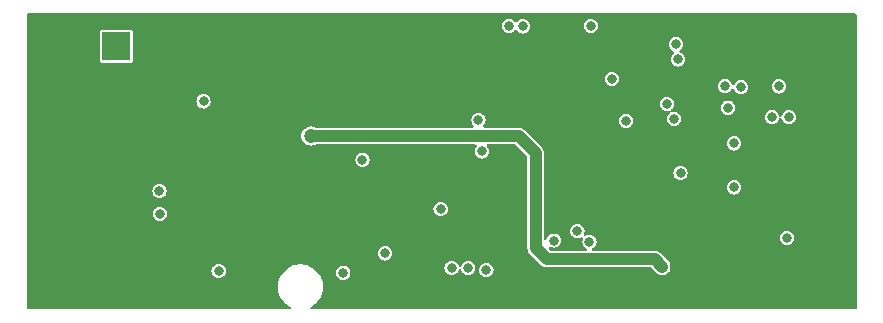
<source format=gbr>
%TF.GenerationSoftware,KiCad,Pcbnew,8.0.4*%
%TF.CreationDate,2024-11-07T22:09:53+00:00*%
%TF.ProjectId,BG95V4,42473935-5634-42e6-9b69-6361645f7063,rev?*%
%TF.SameCoordinates,Original*%
%TF.FileFunction,Copper,L3,Inr*%
%TF.FilePolarity,Positive*%
%FSLAX46Y46*%
G04 Gerber Fmt 4.6, Leading zero omitted, Abs format (unit mm)*
G04 Created by KiCad (PCBNEW 8.0.4) date 2024-11-07 22:09:53*
%MOMM*%
%LPD*%
G01*
G04 APERTURE LIST*
%TA.AperFunction,ComponentPad*%
%ADD10R,2.400000X2.400000*%
%TD*%
%TA.AperFunction,ComponentPad*%
%ADD11C,2.400000*%
%TD*%
%TA.AperFunction,ViaPad*%
%ADD12C,0.600000*%
%TD*%
%TA.AperFunction,ViaPad*%
%ADD13C,0.800000*%
%TD*%
%TA.AperFunction,ViaPad*%
%ADD14C,1.200000*%
%TD*%
%TA.AperFunction,Conductor*%
%ADD15C,1.000000*%
%TD*%
G04 APERTURE END LIST*
D10*
%TO.N,/+3V6d*%
%TO.C,BT1*%
X11750000Y19500000D03*
D11*
%TO.N,GND*%
X11750000Y-1500000D03*
X15500000Y-1500000D03*
X8000000Y-1500000D03*
%TD*%
D12*
%TO.N,GND*%
X30022800Y15189200D03*
X22533000Y45394D03*
X12733000Y9845394D03*
X71533000Y8445394D03*
X58933000Y-1354606D03*
D13*
X39370000Y16510000D03*
D12*
X26339800Y16967200D03*
X11333000Y11245394D03*
X30933000Y18245394D03*
X70133000Y8445394D03*
X70133000Y7045394D03*
D13*
X58432288Y3644211D03*
D12*
X28524200Y17830800D03*
X5733000Y4245394D03*
X60333000Y-1354606D03*
X29533000Y14045394D03*
X32333000Y-1354606D03*
D13*
X36195000Y13335000D03*
D12*
X11333000Y12645394D03*
X70133000Y5645394D03*
X26035000Y17780000D03*
X24917400Y19862800D03*
X72933000Y11245394D03*
X72933000Y-1354606D03*
X72933000Y4245394D03*
X5733000Y11245394D03*
X72933000Y9845394D03*
X5733000Y21045394D03*
X33733000Y21045394D03*
X14133000Y18245394D03*
X5733000Y19645394D03*
D13*
X35560000Y-1270000D03*
D12*
X30124400Y17195800D03*
X29794200Y18237200D03*
X12733000Y8445394D03*
X70133000Y11245394D03*
X71533000Y1445394D03*
D13*
X60147200Y10947400D03*
D12*
X22533000Y18245394D03*
X29533000Y-1354606D03*
X8533000Y16845394D03*
X7133000Y21045394D03*
X26390600Y15240000D03*
X33733000Y19645394D03*
X70133000Y9845394D03*
X44933000Y9845394D03*
X29286200Y17221200D03*
X9933000Y45394D03*
X8533000Y21045394D03*
X70133000Y-1354606D03*
X5733000Y1445394D03*
X7133000Y1445394D03*
X25333000Y16845394D03*
X72933000Y5645394D03*
X71533000Y9845394D03*
X9933000Y15445394D03*
X8533000Y15445394D03*
X49133000Y-1354606D03*
X14133000Y9845394D03*
X57533000Y21045394D03*
X31673800Y17145000D03*
X8533000Y2845394D03*
X28371800Y15189200D03*
X70133000Y45394D03*
X57533000Y-1354606D03*
X9933000Y12645394D03*
X25333000Y15445394D03*
X32333000Y19645394D03*
X72933000Y12645394D03*
D13*
X36195000Y14478000D03*
D12*
X72933000Y7045394D03*
X18333000Y-1354606D03*
X71533000Y-1354606D03*
X43533000Y-1354606D03*
X7133000Y15445394D03*
X30911800Y17170400D03*
X8533000Y14045394D03*
X63133000Y-1354606D03*
X26339800Y21717000D03*
X12733000Y11245394D03*
X8533000Y12645394D03*
X68733000Y-1354606D03*
X23933000Y16845394D03*
X7133000Y18245394D03*
X28346400Y17170400D03*
X22533000Y-1354606D03*
X70133000Y1445394D03*
X24892000Y18923000D03*
X7133000Y16845394D03*
X8533000Y1445394D03*
X71533000Y4245394D03*
X23933000Y-1354606D03*
X29845000Y19253200D03*
X8533000Y18245394D03*
X29210000Y21717000D03*
X30933000Y-1354606D03*
X8533000Y19645394D03*
X24892000Y20751800D03*
X30933000Y19645394D03*
X14133000Y11245394D03*
X11333000Y5645394D03*
X14133000Y16845394D03*
X30933000Y21045394D03*
X71533000Y12645394D03*
D13*
X25400000Y3810000D03*
X36195000Y16637000D03*
X49430000Y13150000D03*
X36195000Y15494000D03*
D12*
X22533000Y19645394D03*
X23933000Y19645394D03*
X23933000Y21045394D03*
X9933000Y4245394D03*
X19733000Y-1354606D03*
X70133000Y15445394D03*
X72933000Y14045394D03*
X44933000Y-1354606D03*
X32333000Y21045394D03*
X72933000Y45394D03*
X21133000Y-1354606D03*
X56133000Y-1354606D03*
X33248600Y15240000D03*
X50533000Y-1354606D03*
X71533000Y2845394D03*
X25425400Y21590000D03*
X5733000Y-1354606D03*
X23933000Y18245394D03*
X29184600Y15138400D03*
X71533000Y11245394D03*
X71533000Y15445394D03*
X5733000Y18245394D03*
X29845000Y21107400D03*
X26111200Y16129000D03*
X47733000Y-1354606D03*
X72933000Y8445394D03*
X5733000Y15445394D03*
X28371800Y21742400D03*
D13*
X54250000Y6740000D03*
D12*
X68733000Y45394D03*
X47733000Y12645394D03*
X51933000Y-1354606D03*
X71533000Y14045394D03*
X22533000Y16845394D03*
X64533000Y-1354606D03*
X29870400Y20193000D03*
X9933000Y14045394D03*
X9933000Y16845394D03*
X54733000Y-1354606D03*
X72933000Y1445394D03*
X23933000Y45394D03*
X71533000Y45394D03*
X7133000Y19645394D03*
X46333000Y-1354606D03*
X70133000Y2845394D03*
X5733000Y16845394D03*
X71533000Y7045394D03*
X25146000Y18059400D03*
X72933000Y2845394D03*
X70133000Y4245394D03*
X61733000Y-1354606D03*
X5733000Y45394D03*
X30988000Y15138400D03*
X11333000Y9845394D03*
X53333000Y-1354606D03*
X23933000Y15445394D03*
X51933000Y16845394D03*
D13*
%TO.N,/uGND*%
X42675000Y10600000D03*
X34510000Y1960000D03*
X42400000Y13250000D03*
%TO.N,/uRST*%
X41540000Y719989D03*
%TO.N,/uCLK*%
X32580000Y9900000D03*
X39200000Y5700000D03*
%TO.N,/uData*%
X40130000Y720000D03*
%TO.N,/uVDD*%
X43070000Y530000D03*
%TO.N,/VBAT*%
X57960000Y830000D03*
X47233980Y10491020D03*
D14*
X28200000Y11900000D03*
D13*
%TO.N,/uStatus*%
X67825000Y16100000D03*
%TO.N,/uPWRKEY*%
X68675000Y13500000D03*
%TO.N,/uDTR*%
X63275000Y16125000D03*
%TO.N,/TxD*%
X64050000Y11275000D03*
%TO.N,/RxD*%
X64050000Y7550000D03*
%TO.N,/uDCD*%
X64625000Y16025000D03*
%TO.N,/RXD*%
X50775000Y3850000D03*
%TO.N,/TXD*%
X51800000Y2950000D03*
%TO.N,/VDD_EXT*%
X58350000Y14625000D03*
%TO.N,/DTR*%
X58975000Y13350000D03*
%TO.N,/DCD*%
X48768000Y3048000D03*
%TO.N,/PWRKEY*%
X51917600Y21234400D03*
%TO.N,/Status*%
X53695600Y16738600D03*
%TO.N,/Alim*%
X20400000Y475000D03*
X30962600Y330200D03*
%TO.N,Net-(Q1-C)*%
X15417800Y5308600D03*
%TO.N,/+3V6d*%
X19126200Y14833600D03*
X15392400Y7239000D03*
%TO.N,/+3V3_UC*%
X68500000Y3275000D03*
X67250000Y13500000D03*
X63525000Y14300000D03*
%TO.N,/T*%
X59512200Y8763000D03*
X54889400Y13182600D03*
%TO.N,/D+*%
X59283600Y18389600D03*
X44983400Y21234400D03*
%TO.N,/D-*%
X46151800Y21183600D03*
X59125498Y19659600D03*
%TD*%
D15*
%TO.N,/VBAT*%
X45825000Y11900000D02*
X47233980Y10491020D01*
X47233980Y2448420D02*
X48209200Y1473200D01*
X57316800Y1473200D02*
X57960000Y830000D01*
X48209200Y1473200D02*
X57316800Y1473200D01*
X47233980Y10491020D02*
X47233980Y2448420D01*
X28200000Y11900000D02*
X45825000Y11900000D01*
%TD*%
%TA.AperFunction,Conductor*%
%TO.N,GND*%
G36*
X74361321Y22264398D02*
G01*
X74407814Y22210742D01*
X74419200Y22158400D01*
X74419200Y-2654000D01*
X74399198Y-2722121D01*
X74345542Y-2768614D01*
X74293200Y-2780000D01*
X28282337Y-2780000D01*
X28214216Y-2759998D01*
X28167723Y-2706342D01*
X28157619Y-2636068D01*
X28187113Y-2571488D01*
X28219337Y-2544881D01*
X28331087Y-2480361D01*
X28388527Y-2447199D01*
X28586176Y-2295538D01*
X28762338Y-2119376D01*
X28913999Y-1921727D01*
X29038564Y-1705973D01*
X29133902Y-1475807D01*
X29198382Y-1235165D01*
X29230900Y-988165D01*
X29230900Y-739035D01*
X29198382Y-492035D01*
X29133902Y-251393D01*
X29038564Y-21227D01*
X29038558Y-21218D01*
X29038557Y-21214D01*
X28948399Y134944D01*
X28913999Y194527D01*
X28809894Y330200D01*
X30356918Y330200D01*
X30356918Y330199D01*
X30377555Y173439D01*
X30438063Y27360D01*
X30438065Y27357D01*
X30454865Y5463D01*
X30534318Y-98082D01*
X30659759Y-194336D01*
X30805838Y-254844D01*
X30962600Y-275482D01*
X31119362Y-254844D01*
X31265441Y-194336D01*
X31390882Y-98082D01*
X31487136Y27359D01*
X31547644Y173438D01*
X31568282Y330200D01*
X31547644Y486962D01*
X31487136Y633041D01*
X31420410Y720000D01*
X39524318Y720000D01*
X39524318Y719999D01*
X39544955Y563239D01*
X39605463Y417160D01*
X39605465Y417157D01*
X39701718Y291718D01*
X39827157Y195465D01*
X39827160Y195463D01*
X39973239Y134955D01*
X40130000Y114318D01*
X40286760Y134955D01*
X40432839Y195463D01*
X40432842Y195465D01*
X40558282Y291718D01*
X40654536Y417159D01*
X40715044Y563238D01*
X40715044Y563239D01*
X40718204Y570868D01*
X40721180Y569634D01*
X40750224Y617305D01*
X40814078Y648339D01*
X40884575Y639925D01*
X40939331Y594733D01*
X40950491Y570316D01*
X40951796Y570857D01*
X41015463Y417149D01*
X41015465Y417146D01*
X41111718Y291707D01*
X41237157Y195454D01*
X41237160Y195452D01*
X41383239Y134944D01*
X41540000Y114307D01*
X41696760Y134944D01*
X41842839Y195452D01*
X41842842Y195454D01*
X41842855Y195464D01*
X41968282Y291707D01*
X42064536Y417148D01*
X42111281Y530000D01*
X42464318Y530000D01*
X42464318Y529999D01*
X42484955Y373239D01*
X42545463Y227160D01*
X42545465Y227157D01*
X42641718Y101718D01*
X42767157Y5465D01*
X42767160Y5463D01*
X42852731Y-29981D01*
X42913238Y-55044D01*
X43070000Y-75682D01*
X43226762Y-55044D01*
X43372841Y5464D01*
X43498282Y101718D01*
X43594536Y227159D01*
X43655044Y373238D01*
X43675682Y530000D01*
X43655044Y686762D01*
X43594536Y832841D01*
X43498282Y958282D01*
X43372841Y1054536D01*
X43226762Y1115044D01*
X43070000Y1135682D01*
X42913238Y1115044D01*
X42767159Y1054536D01*
X42641718Y958282D01*
X42554458Y844562D01*
X42545465Y832842D01*
X42545463Y832839D01*
X42484955Y686760D01*
X42464318Y530000D01*
X42111281Y530000D01*
X42125044Y563227D01*
X42145682Y719989D01*
X42125044Y876751D01*
X42064536Y1022830D01*
X41968282Y1148271D01*
X41842841Y1244525D01*
X41696762Y1305033D01*
X41540000Y1325671D01*
X41383238Y1305033D01*
X41237159Y1244525D01*
X41111718Y1148271D01*
X41015471Y1022839D01*
X41015465Y1022831D01*
X41015463Y1022828D01*
X41005815Y999536D01*
X40964170Y898994D01*
X40951796Y869121D01*
X40948827Y870350D01*
X40919731Y822643D01*
X40855862Y791639D01*
X40785369Y800087D01*
X40730635Y845305D01*
X40719514Y869674D01*
X40718204Y869132D01*
X40715044Y876762D01*
X40654536Y1022841D01*
X40558282Y1148282D01*
X40432841Y1244536D01*
X40286762Y1305044D01*
X40130000Y1325682D01*
X39973238Y1305044D01*
X39827159Y1244536D01*
X39701718Y1148282D01*
X39608393Y1026658D01*
X39605465Y1022842D01*
X39605463Y1022839D01*
X39544955Y876760D01*
X39524318Y720000D01*
X31420410Y720000D01*
X31390882Y758482D01*
X31265441Y854736D01*
X31119362Y915244D01*
X30962600Y935882D01*
X30805838Y915244D01*
X30659759Y854736D01*
X30534318Y758482D01*
X30438065Y633042D01*
X30438063Y633039D01*
X30377555Y486960D01*
X30356918Y330200D01*
X28809894Y330200D01*
X28762338Y392176D01*
X28586176Y568338D01*
X28388527Y719999D01*
X28172773Y844564D01*
X27942607Y939902D01*
X27701965Y1004382D01*
X27701958Y1004382D01*
X27701958Y1004383D01*
X27678190Y1007511D01*
X27454965Y1036900D01*
X27205835Y1036900D01*
X27022499Y1012763D01*
X26958841Y1004383D01*
X26958839Y1004382D01*
X26958835Y1004382D01*
X26718193Y939902D01*
X26488027Y844564D01*
X26488018Y844558D01*
X26488014Y844557D01*
X26272276Y720001D01*
X26272273Y719999D01*
X26074624Y568338D01*
X26074618Y568332D01*
X26074613Y568328D01*
X25898471Y392186D01*
X25898466Y392180D01*
X25898462Y392176D01*
X25771839Y227157D01*
X25746798Y194523D01*
X25622242Y-21214D01*
X25622237Y-21225D01*
X25526898Y-251393D01*
X25526897Y-251397D01*
X25462416Y-492041D01*
X25429900Y-739032D01*
X25429900Y-988167D01*
X25462416Y-1235158D01*
X25462418Y-1235165D01*
X25526898Y-1475807D01*
X25622236Y-1705973D01*
X25622237Y-1705974D01*
X25622242Y-1705985D01*
X25746798Y-1921723D01*
X25746800Y-1921726D01*
X25746801Y-1921727D01*
X25898462Y-2119376D01*
X25898466Y-2119380D01*
X25898471Y-2119386D01*
X26074613Y-2295528D01*
X26074618Y-2295532D01*
X26074624Y-2295538D01*
X26272273Y-2447199D01*
X26272276Y-2447201D01*
X26441463Y-2544881D01*
X26490456Y-2596263D01*
X26503892Y-2665977D01*
X26477506Y-2731888D01*
X26419674Y-2773070D01*
X26378463Y-2780000D01*
X4300400Y-2780000D01*
X4232279Y-2759998D01*
X4185786Y-2706342D01*
X4174400Y-2654000D01*
X4174400Y475000D01*
X19794318Y475000D01*
X19794318Y474999D01*
X19814955Y318239D01*
X19875463Y172160D01*
X19875465Y172157D01*
X19919847Y114318D01*
X19971718Y46718D01*
X20097159Y-49536D01*
X20243238Y-110044D01*
X20400000Y-130682D01*
X20556762Y-110044D01*
X20702841Y-49536D01*
X20828282Y46718D01*
X20924536Y172159D01*
X20985044Y318238D01*
X21005682Y475000D01*
X20985044Y631762D01*
X20924536Y777841D01*
X20828282Y903282D01*
X20702841Y999536D01*
X20556762Y1060044D01*
X20400000Y1080682D01*
X20243238Y1060044D01*
X20097159Y999536D01*
X19971718Y903282D01*
X19892176Y799620D01*
X19875465Y777842D01*
X19875463Y777839D01*
X19814955Y631760D01*
X19794318Y475000D01*
X4174400Y475000D01*
X4174400Y1960000D01*
X33904318Y1960000D01*
X33904318Y1959999D01*
X33924955Y1803239D01*
X33985463Y1657160D01*
X33985465Y1657157D01*
X34081718Y1531718D01*
X34207157Y1435465D01*
X34207160Y1435463D01*
X34353239Y1374955D01*
X34510000Y1354318D01*
X34666760Y1374955D01*
X34812839Y1435463D01*
X34812842Y1435465D01*
X34938282Y1531718D01*
X35034536Y1657159D01*
X35095044Y1803238D01*
X35115682Y1960000D01*
X35095044Y2116762D01*
X35034536Y2262841D01*
X34938282Y2388282D01*
X34812841Y2484536D01*
X34666762Y2545044D01*
X34510000Y2565682D01*
X34353238Y2545044D01*
X34207159Y2484536D01*
X34081718Y2388282D01*
X34012973Y2298691D01*
X33985465Y2262842D01*
X33985463Y2262839D01*
X33924955Y2116760D01*
X33904318Y1960000D01*
X4174400Y1960000D01*
X4174400Y5308600D01*
X14812118Y5308600D01*
X14812118Y5308599D01*
X14832755Y5151839D01*
X14893263Y5005760D01*
X14893265Y5005757D01*
X14989518Y4880318D01*
X15114957Y4784065D01*
X15114960Y4784063D01*
X15261039Y4723555D01*
X15417800Y4702918D01*
X15574560Y4723555D01*
X15720639Y4784063D01*
X15720642Y4784065D01*
X15846082Y4880318D01*
X15942336Y5005759D01*
X16002844Y5151838D01*
X16023482Y5308600D01*
X16002844Y5465362D01*
X15942336Y5611441D01*
X15874382Y5700000D01*
X38594318Y5700000D01*
X38594318Y5699999D01*
X38614955Y5543239D01*
X38675463Y5397160D01*
X38675465Y5397157D01*
X38771718Y5271718D01*
X38897157Y5175465D01*
X38897160Y5175463D01*
X39043239Y5114955D01*
X39200000Y5094318D01*
X39356760Y5114955D01*
X39502839Y5175463D01*
X39502842Y5175465D01*
X39628282Y5271718D01*
X39724536Y5397159D01*
X39785044Y5543238D01*
X39805682Y5700000D01*
X39785044Y5856762D01*
X39724536Y6002841D01*
X39628282Y6128282D01*
X39502841Y6224536D01*
X39356762Y6285044D01*
X39200000Y6305682D01*
X39043238Y6285044D01*
X38897159Y6224536D01*
X38771718Y6128282D01*
X38675465Y6002842D01*
X38675463Y6002839D01*
X38614955Y5856760D01*
X38594318Y5700000D01*
X15874382Y5700000D01*
X15846082Y5736882D01*
X15720641Y5833136D01*
X15574562Y5893644D01*
X15417800Y5914282D01*
X15261038Y5893644D01*
X15114959Y5833136D01*
X14989518Y5736882D01*
X14961218Y5700000D01*
X14893265Y5611442D01*
X14893263Y5611439D01*
X14832755Y5465360D01*
X14812118Y5308600D01*
X4174400Y5308600D01*
X4174400Y7239000D01*
X14786718Y7239000D01*
X14786718Y7238999D01*
X14807355Y7082239D01*
X14867863Y6936160D01*
X14867865Y6936157D01*
X14964118Y6810718D01*
X15089557Y6714465D01*
X15089560Y6714463D01*
X15235639Y6653955D01*
X15392400Y6633318D01*
X15549160Y6653955D01*
X15695239Y6714463D01*
X15695242Y6714465D01*
X15820682Y6810718D01*
X15916936Y6936159D01*
X15977444Y7082238D01*
X15998082Y7239000D01*
X15977444Y7395762D01*
X15916936Y7541841D01*
X15820682Y7667282D01*
X15695241Y7763536D01*
X15549162Y7824044D01*
X15392400Y7844682D01*
X15235638Y7824044D01*
X15089559Y7763536D01*
X14964118Y7667282D01*
X14874125Y7550000D01*
X14867865Y7541842D01*
X14867863Y7541839D01*
X14807355Y7395760D01*
X14786718Y7239000D01*
X4174400Y7239000D01*
X4174400Y9900000D01*
X31974318Y9900000D01*
X31974318Y9899999D01*
X31994955Y9743239D01*
X32055463Y9597160D01*
X32055465Y9597157D01*
X32151718Y9471718D01*
X32277157Y9375465D01*
X32277160Y9375463D01*
X32423239Y9314955D01*
X32580000Y9294318D01*
X32736760Y9314955D01*
X32882839Y9375463D01*
X32882842Y9375465D01*
X33008282Y9471718D01*
X33104536Y9597159D01*
X33165044Y9743238D01*
X33185682Y9900000D01*
X33165044Y10056762D01*
X33104536Y10202841D01*
X33008282Y10328282D01*
X32882841Y10424536D01*
X32736762Y10485044D01*
X32580000Y10505682D01*
X32423238Y10485044D01*
X32277159Y10424536D01*
X32151718Y10328282D01*
X32055465Y10202842D01*
X32055463Y10202839D01*
X31994955Y10056760D01*
X31974318Y9900000D01*
X4174400Y9900000D01*
X4174400Y11900000D01*
X27394435Y11900000D01*
X27414632Y11720745D01*
X27414632Y11720742D01*
X27414633Y11720742D01*
X27474211Y11550477D01*
X27474212Y11550474D01*
X27570182Y11397739D01*
X27570183Y11397737D01*
X27697737Y11270183D01*
X27697739Y11270182D01*
X27850474Y11174212D01*
X27850477Y11174211D01*
X28020742Y11114633D01*
X28020745Y11114632D01*
X28200000Y11094435D01*
X28379255Y11114632D01*
X28549522Y11174211D01*
X28559031Y11180186D01*
X28626069Y11199500D01*
X42122596Y11199500D01*
X42190717Y11179498D01*
X42237210Y11125842D01*
X42247314Y11055568D01*
X42222558Y10996796D01*
X42150468Y10902847D01*
X42150466Y10902844D01*
X42150464Y10902841D01*
X42117323Y10822831D01*
X42089955Y10756760D01*
X42069318Y10600000D01*
X42069318Y10599999D01*
X42089955Y10443239D01*
X42150463Y10297160D01*
X42150465Y10297157D01*
X42246718Y10171718D01*
X42372157Y10075465D01*
X42372160Y10075463D01*
X42518239Y10014955D01*
X42675000Y9994318D01*
X42831760Y10014955D01*
X42977839Y10075463D01*
X42977842Y10075465D01*
X43103282Y10171718D01*
X43199536Y10297159D01*
X43260044Y10443238D01*
X43280682Y10600000D01*
X43260044Y10756762D01*
X43199536Y10902841D01*
X43127442Y10996796D01*
X43101841Y11063016D01*
X43116106Y11132565D01*
X43165707Y11183361D01*
X43227404Y11199500D01*
X45482653Y11199500D01*
X45550774Y11179498D01*
X45571748Y11162595D01*
X46496575Y10237768D01*
X46530601Y10175456D01*
X46533480Y10148673D01*
X46533480Y2379422D01*
X46560400Y2244091D01*
X46560401Y2244088D01*
X46613205Y2116609D01*
X46689865Y2001878D01*
X46689870Y2001872D01*
X47762652Y929090D01*
X47762658Y929085D01*
X47877387Y852426D01*
X47877388Y852425D01*
X47877389Y852425D01*
X47896367Y844564D01*
X47931528Y830000D01*
X47931527Y829999D01*
X48004867Y799621D01*
X48004878Y799618D01*
X48031789Y794264D01*
X48031790Y794265D01*
X48140201Y772700D01*
X48140207Y772700D01*
X56974453Y772700D01*
X57042574Y752698D01*
X57063548Y735795D01*
X57513452Y285890D01*
X57513458Y285885D01*
X57628189Y209225D01*
X57755665Y156422D01*
X57755668Y156420D01*
X57755671Y156420D01*
X57775004Y152574D01*
X57891000Y129501D01*
X57891006Y129501D01*
X58028997Y129501D01*
X58164328Y156420D01*
X58164333Y156422D01*
X58182999Y164154D01*
X58291811Y209225D01*
X58406543Y285886D01*
X58504114Y383457D01*
X58580775Y498189D01*
X58633580Y625672D01*
X58660499Y761006D01*
X58660499Y898994D01*
X58633580Y1034329D01*
X58580775Y1161811D01*
X58504114Y1276543D01*
X57763343Y2017314D01*
X57648611Y2093975D01*
X57521128Y2146780D01*
X57385794Y2173700D01*
X52128473Y2173700D01*
X52060352Y2193702D01*
X52013859Y2247358D01*
X52003755Y2317632D01*
X52033249Y2382212D01*
X52080251Y2416106D01*
X52102841Y2425464D01*
X52228282Y2521718D01*
X52324536Y2647159D01*
X52385044Y2793238D01*
X52405682Y2950000D01*
X52385044Y3106762D01*
X52324536Y3252841D01*
X52307533Y3275000D01*
X67894318Y3275000D01*
X67894318Y3274999D01*
X67914955Y3118239D01*
X67975463Y2972160D01*
X67975465Y2972157D01*
X68071718Y2846718D01*
X68197157Y2750465D01*
X68197160Y2750463D01*
X68343239Y2689955D01*
X68500000Y2669318D01*
X68656760Y2689955D01*
X68802839Y2750463D01*
X68802842Y2750465D01*
X68858585Y2793238D01*
X68928282Y2846718D01*
X69024536Y2972159D01*
X69085044Y3118238D01*
X69101643Y3244318D01*
X69105682Y3274999D01*
X69105682Y3275000D01*
X69085044Y3431760D01*
X69085044Y3431762D01*
X69024536Y3577841D01*
X68928282Y3703282D01*
X68802841Y3799536D01*
X68656762Y3860044D01*
X68500000Y3880682D01*
X68343238Y3860044D01*
X68197159Y3799536D01*
X68071718Y3703282D01*
X68017823Y3633044D01*
X67975465Y3577842D01*
X67975463Y3577839D01*
X67914955Y3431760D01*
X67894318Y3275000D01*
X52307533Y3275000D01*
X52228282Y3378282D01*
X52102841Y3474536D01*
X51956762Y3535044D01*
X51800000Y3555682D01*
X51643238Y3535044D01*
X51503326Y3477090D01*
X51432741Y3469502D01*
X51369254Y3501281D01*
X51333026Y3562339D01*
X51335560Y3633290D01*
X51338693Y3641692D01*
X51360044Y3693238D01*
X51380682Y3850000D01*
X51360044Y4006762D01*
X51299536Y4152841D01*
X51203282Y4278282D01*
X51077841Y4374536D01*
X50931762Y4435044D01*
X50775000Y4455682D01*
X50618238Y4435044D01*
X50472159Y4374536D01*
X50346718Y4278282D01*
X50250465Y4152842D01*
X50250463Y4152839D01*
X50189955Y4006760D01*
X50169318Y3850000D01*
X50169318Y3849999D01*
X50189955Y3693239D01*
X50250463Y3547160D01*
X50250465Y3547157D01*
X50346718Y3421718D01*
X50472157Y3325465D01*
X50472160Y3325463D01*
X50618239Y3264955D01*
X50775000Y3244318D01*
X50931760Y3264955D01*
X50965965Y3279123D01*
X51071670Y3322908D01*
X51142259Y3330497D01*
X51205746Y3298718D01*
X51241973Y3237660D01*
X51239439Y3166708D01*
X51236296Y3158281D01*
X51214955Y3106760D01*
X51194318Y2950000D01*
X51194318Y2949999D01*
X51214955Y2793239D01*
X51275463Y2647160D01*
X51275465Y2647157D01*
X51371718Y2521718D01*
X51497157Y2425465D01*
X51497158Y2425464D01*
X51497159Y2425464D01*
X51519748Y2416107D01*
X51575026Y2371560D01*
X51597447Y2304197D01*
X51579889Y2235406D01*
X51527926Y2187027D01*
X51471527Y2173700D01*
X48551546Y2173700D01*
X48483425Y2193702D01*
X48462456Y2210599D01*
X48374360Y2298695D01*
X48340338Y2361003D01*
X48345402Y2431819D01*
X48387948Y2488655D01*
X48454469Y2513466D01*
X48511676Y2504196D01*
X48611239Y2462955D01*
X48768000Y2442318D01*
X48924760Y2462955D01*
X49070839Y2523463D01*
X49070842Y2523465D01*
X49196282Y2619718D01*
X49292536Y2745159D01*
X49353044Y2891238D01*
X49373682Y3048000D01*
X49353044Y3204762D01*
X49292536Y3350841D01*
X49196282Y3476282D01*
X49070841Y3572536D01*
X48924762Y3633044D01*
X48768000Y3653682D01*
X48611238Y3633044D01*
X48465159Y3572536D01*
X48339718Y3476282D01*
X48243465Y3350842D01*
X48243463Y3350839D01*
X48182956Y3204762D01*
X48182187Y3201890D01*
X48180875Y3199738D01*
X48179796Y3197132D01*
X48179389Y3197300D01*
X48145235Y3141267D01*
X48081374Y3110246D01*
X48010880Y3118674D01*
X47956133Y3163877D01*
X47934516Y3231503D01*
X47934480Y3234501D01*
X47934480Y7550000D01*
X63444318Y7550000D01*
X63444318Y7549999D01*
X63464955Y7393239D01*
X63525463Y7247160D01*
X63525465Y7247157D01*
X63621718Y7121718D01*
X63747157Y7025465D01*
X63747160Y7025463D01*
X63893239Y6964955D01*
X64050000Y6944318D01*
X64206760Y6964955D01*
X64352839Y7025463D01*
X64352842Y7025465D01*
X64478282Y7121718D01*
X64574536Y7247159D01*
X64635044Y7393238D01*
X64655682Y7550000D01*
X64635044Y7706762D01*
X64574536Y7852841D01*
X64478282Y7978282D01*
X64352841Y8074536D01*
X64206762Y8135044D01*
X64050000Y8155682D01*
X63893238Y8135044D01*
X63747159Y8074536D01*
X63621718Y7978282D01*
X63525465Y7852842D01*
X63525463Y7852839D01*
X63464955Y7706760D01*
X63444318Y7550000D01*
X47934480Y7550000D01*
X47934480Y8763000D01*
X58906518Y8763000D01*
X58906518Y8762999D01*
X58927155Y8606239D01*
X58987663Y8460160D01*
X58987665Y8460157D01*
X59083918Y8334718D01*
X59209357Y8238465D01*
X59209360Y8238463D01*
X59355439Y8177955D01*
X59512200Y8157318D01*
X59668960Y8177955D01*
X59815039Y8238463D01*
X59815042Y8238465D01*
X59940482Y8334718D01*
X60036736Y8460159D01*
X60097244Y8606238D01*
X60117882Y8763000D01*
X60097244Y8919762D01*
X60036736Y9065841D01*
X59940482Y9191282D01*
X59815041Y9287536D01*
X59668962Y9348044D01*
X59512200Y9368682D01*
X59355438Y9348044D01*
X59209359Y9287536D01*
X59083918Y9191282D01*
X58987665Y9065842D01*
X58987663Y9065839D01*
X58927155Y8919760D01*
X58906518Y8763000D01*
X47934480Y8763000D01*
X47934480Y10560011D01*
X47934480Y10560013D01*
X47907560Y10695348D01*
X47854755Y10822831D01*
X47801294Y10902841D01*
X47778094Y10937563D01*
X47440657Y11275000D01*
X63444318Y11275000D01*
X63444318Y11274999D01*
X63464955Y11118239D01*
X63525463Y10972160D01*
X63525465Y10972157D01*
X63621718Y10846718D01*
X63747157Y10750465D01*
X63747160Y10750463D01*
X63893239Y10689955D01*
X64050000Y10669318D01*
X64206760Y10689955D01*
X64352839Y10750463D01*
X64352842Y10750465D01*
X64361046Y10756760D01*
X64478282Y10846718D01*
X64574536Y10972159D01*
X64635044Y11118238D01*
X64655682Y11275000D01*
X64635044Y11431762D01*
X64574536Y11577841D01*
X64478282Y11703282D01*
X64352841Y11799536D01*
X64206762Y11860044D01*
X64050000Y11880682D01*
X63893238Y11860044D01*
X63747159Y11799536D01*
X63621718Y11703282D01*
X63525465Y11577842D01*
X63525463Y11577839D01*
X63464955Y11431760D01*
X63444318Y11275000D01*
X47440657Y11275000D01*
X46271543Y12444114D01*
X46156811Y12520775D01*
X46029328Y12573580D01*
X45893994Y12600500D01*
X42911169Y12600500D01*
X42843048Y12620502D01*
X42796555Y12674158D01*
X42786451Y12744432D01*
X42815945Y12809012D01*
X42822826Y12815494D01*
X42822443Y12815878D01*
X42828276Y12821711D01*
X42828280Y12821716D01*
X42828282Y12821718D01*
X42924536Y12947159D01*
X42985044Y13093238D01*
X42996809Y13182600D01*
X54283718Y13182600D01*
X54283718Y13182599D01*
X54304355Y13025839D01*
X54364863Y12879760D01*
X54364865Y12879757D01*
X54461118Y12754318D01*
X54586557Y12658065D01*
X54586560Y12658063D01*
X54732639Y12597555D01*
X54889400Y12576918D01*
X55046160Y12597555D01*
X55192239Y12658063D01*
X55192242Y12658065D01*
X55213215Y12674158D01*
X55317682Y12754318D01*
X55413936Y12879759D01*
X55474444Y13025838D01*
X55495082Y13182600D01*
X55474444Y13339362D01*
X55413936Y13485441D01*
X55317682Y13610882D01*
X55192241Y13707136D01*
X55046162Y13767644D01*
X54889400Y13788282D01*
X54732638Y13767644D01*
X54586559Y13707136D01*
X54461118Y13610882D01*
X54376035Y13499999D01*
X54364865Y13485442D01*
X54364863Y13485439D01*
X54304355Y13339360D01*
X54283718Y13182600D01*
X42996809Y13182600D01*
X43005682Y13250000D01*
X42985044Y13406762D01*
X42924536Y13552841D01*
X42828282Y13678282D01*
X42702841Y13774536D01*
X42556762Y13835044D01*
X42400000Y13855682D01*
X42243238Y13835044D01*
X42097159Y13774536D01*
X41971718Y13678282D01*
X41920000Y13610881D01*
X41875465Y13552842D01*
X41875463Y13552839D01*
X41814955Y13406760D01*
X41794318Y13250000D01*
X41794318Y13249999D01*
X41814955Y13093239D01*
X41875463Y12947160D01*
X41875465Y12947157D01*
X41971723Y12821711D01*
X41977557Y12815878D01*
X41975071Y12813392D01*
X42007392Y12769154D01*
X42011631Y12698284D01*
X41976882Y12636372D01*
X41914177Y12603076D01*
X41888831Y12600500D01*
X28626069Y12600500D01*
X28559031Y12619814D01*
X28557936Y12620502D01*
X28549522Y12625789D01*
X28379255Y12685368D01*
X28200000Y12705565D01*
X28020745Y12685368D01*
X27850478Y12625789D01*
X27850475Y12625787D01*
X27850474Y12625787D01*
X27697739Y12529817D01*
X27697737Y12529816D01*
X27570183Y12402262D01*
X27570182Y12402260D01*
X27474212Y12249525D01*
X27474211Y12249522D01*
X27414632Y12079255D01*
X27394435Y11900000D01*
X4174400Y11900000D01*
X4174400Y14833600D01*
X18520518Y14833600D01*
X18520518Y14833599D01*
X18541155Y14676839D01*
X18601663Y14530760D01*
X18601665Y14530757D01*
X18697918Y14405318D01*
X18823357Y14309065D01*
X18823360Y14309063D01*
X18969439Y14248555D01*
X19126200Y14227918D01*
X19282960Y14248555D01*
X19429039Y14309063D01*
X19429042Y14309065D01*
X19446104Y14322157D01*
X19554482Y14405318D01*
X19650736Y14530759D01*
X19689772Y14625000D01*
X57744318Y14625000D01*
X57744318Y14624999D01*
X57764955Y14468239D01*
X57825463Y14322160D01*
X57825465Y14322157D01*
X57921718Y14196718D01*
X58047157Y14100465D01*
X58047160Y14100463D01*
X58193239Y14039955D01*
X58350000Y14019318D01*
X58350001Y14019318D01*
X58500426Y14039121D01*
X58570575Y14028181D01*
X58623673Y13981053D01*
X58642863Y13912699D01*
X58622051Y13844821D01*
X58593576Y13814237D01*
X58546718Y13778282D01*
X58482291Y13694318D01*
X58450465Y13652842D01*
X58450463Y13652839D01*
X58389955Y13506760D01*
X58369318Y13350000D01*
X58369318Y13349999D01*
X58389955Y13193239D01*
X58450463Y13047160D01*
X58450465Y13047157D01*
X58546718Y12921718D01*
X58672157Y12825465D01*
X58672160Y12825463D01*
X58818239Y12764955D01*
X58975000Y12744318D01*
X59131760Y12764955D01*
X59277839Y12825463D01*
X59277842Y12825465D01*
X59348597Y12879757D01*
X59403282Y12921718D01*
X59499536Y13047159D01*
X59560044Y13193238D01*
X59579281Y13339360D01*
X59580682Y13349999D01*
X59580682Y13350000D01*
X59560934Y13500000D01*
X66644318Y13500000D01*
X66644318Y13499999D01*
X66664955Y13343239D01*
X66725463Y13197160D01*
X66725465Y13197157D01*
X66821718Y13071718D01*
X66947157Y12975465D01*
X66947160Y12975463D01*
X67093239Y12914955D01*
X67250000Y12894318D01*
X67406760Y12914955D01*
X67552839Y12975463D01*
X67552842Y12975465D01*
X67678282Y13071718D01*
X67774536Y13197159D01*
X67835044Y13343238D01*
X67837578Y13362486D01*
X67866301Y13427413D01*
X67925566Y13466504D01*
X67996558Y13467349D01*
X68056736Y13429678D01*
X68086995Y13365453D01*
X68087422Y13362486D01*
X68089955Y13343239D01*
X68150463Y13197160D01*
X68150465Y13197157D01*
X68246718Y13071718D01*
X68372157Y12975465D01*
X68372160Y12975463D01*
X68518239Y12914955D01*
X68675000Y12894318D01*
X68831760Y12914955D01*
X68977839Y12975463D01*
X68977842Y12975465D01*
X69103282Y13071718D01*
X69199536Y13197159D01*
X69260044Y13343238D01*
X69276272Y13466504D01*
X69280682Y13499999D01*
X69280682Y13500000D01*
X69260044Y13656760D01*
X69260044Y13656762D01*
X69199536Y13802841D01*
X69103282Y13928282D01*
X68977841Y14024536D01*
X68831762Y14085044D01*
X68675000Y14105682D01*
X68518238Y14085044D01*
X68372159Y14024536D01*
X68246718Y13928282D01*
X68159208Y13814236D01*
X68150465Y13802842D01*
X68150463Y13802839D01*
X68089955Y13656760D01*
X68087422Y13637514D01*
X68058700Y13572587D01*
X67999434Y13533495D01*
X67928443Y13532650D01*
X67868264Y13570320D01*
X67838005Y13634545D01*
X67837578Y13637514D01*
X67835044Y13656760D01*
X67835044Y13656762D01*
X67774536Y13802841D01*
X67678282Y13928282D01*
X67552841Y14024536D01*
X67406762Y14085044D01*
X67250000Y14105682D01*
X67093238Y14085044D01*
X66947159Y14024536D01*
X66821718Y13928282D01*
X66734208Y13814236D01*
X66725465Y13802842D01*
X66725463Y13802839D01*
X66664955Y13656760D01*
X66644318Y13500000D01*
X59560934Y13500000D01*
X59560044Y13506760D01*
X59560044Y13506762D01*
X59499536Y13652841D01*
X59403282Y13778282D01*
X59277841Y13874536D01*
X59131762Y13935044D01*
X58975000Y13955682D01*
X58824573Y13935878D01*
X58754425Y13946817D01*
X58701326Y13993945D01*
X58682136Y14062299D01*
X58702947Y14130177D01*
X58731424Y14160763D01*
X58778280Y14196716D01*
X58802223Y14227918D01*
X58857533Y14300000D01*
X62919318Y14300000D01*
X62919318Y14299999D01*
X62939955Y14143239D01*
X63000463Y13997160D01*
X63000465Y13997157D01*
X63096718Y13871718D01*
X63222157Y13775465D01*
X63222160Y13775463D01*
X63368239Y13714955D01*
X63525000Y13694318D01*
X63681760Y13714955D01*
X63827839Y13775463D01*
X63827842Y13775465D01*
X63831513Y13778282D01*
X63953282Y13871718D01*
X64049536Y13997159D01*
X64110044Y14143238D01*
X64130682Y14300000D01*
X64110044Y14456762D01*
X64049536Y14602841D01*
X63953282Y14728282D01*
X63827841Y14824536D01*
X63681762Y14885044D01*
X63525000Y14905682D01*
X63368238Y14885044D01*
X63222159Y14824536D01*
X63096718Y14728282D01*
X63000465Y14602842D01*
X63000463Y14602839D01*
X62939955Y14456760D01*
X62919318Y14300000D01*
X58857533Y14300000D01*
X58874536Y14322159D01*
X58935044Y14468238D01*
X58945363Y14546619D01*
X58955682Y14624999D01*
X58955682Y14625000D01*
X58935044Y14781760D01*
X58935044Y14781762D01*
X58874536Y14927841D01*
X58778282Y15053282D01*
X58652841Y15149536D01*
X58506762Y15210044D01*
X58350000Y15230682D01*
X58193238Y15210044D01*
X58047159Y15149536D01*
X57921718Y15053282D01*
X57825465Y14927842D01*
X57825463Y14927839D01*
X57764955Y14781760D01*
X57744318Y14625000D01*
X19689772Y14625000D01*
X19711244Y14676838D01*
X19725057Y14781762D01*
X19731882Y14833599D01*
X19731882Y14833600D01*
X19711244Y14990360D01*
X19711244Y14990362D01*
X19650736Y15136441D01*
X19554482Y15261882D01*
X19429041Y15358136D01*
X19282962Y15418644D01*
X19126200Y15439282D01*
X18969438Y15418644D01*
X18823359Y15358136D01*
X18697918Y15261882D01*
X18611712Y15149536D01*
X18601665Y15136442D01*
X18601663Y15136439D01*
X18541155Y14990360D01*
X18520518Y14833600D01*
X4174400Y14833600D01*
X4174400Y16125000D01*
X62669318Y16125000D01*
X62669318Y16124999D01*
X62689955Y15968239D01*
X62750463Y15822160D01*
X62750465Y15822157D01*
X62846718Y15696718D01*
X62972157Y15600465D01*
X62972160Y15600463D01*
X63118239Y15539955D01*
X63275000Y15519318D01*
X63431760Y15539955D01*
X63577839Y15600463D01*
X63577842Y15600465D01*
X63703282Y15696718D01*
X63799536Y15822159D01*
X63812881Y15854377D01*
X63857428Y15909657D01*
X63924791Y15932078D01*
X63993583Y15914520D01*
X64041961Y15862558D01*
X64045698Y15854376D01*
X64100463Y15722160D01*
X64100465Y15722157D01*
X64196718Y15596718D01*
X64322157Y15500465D01*
X64322160Y15500463D01*
X64468239Y15439955D01*
X64625000Y15419318D01*
X64781760Y15439955D01*
X64927839Y15500463D01*
X64927842Y15500465D01*
X64952412Y15519318D01*
X65053282Y15596718D01*
X65149536Y15722159D01*
X65210044Y15868238D01*
X65230682Y16025000D01*
X65220808Y16100000D01*
X67219318Y16100000D01*
X67219318Y16099999D01*
X67239955Y15943239D01*
X67300463Y15797160D01*
X67300465Y15797157D01*
X67396718Y15671718D01*
X67522157Y15575465D01*
X67522160Y15575463D01*
X67668239Y15514955D01*
X67825000Y15494318D01*
X67981760Y15514955D01*
X68127839Y15575463D01*
X68127842Y15575465D01*
X68253282Y15671718D01*
X68349536Y15797159D01*
X68410044Y15943238D01*
X68430682Y16100000D01*
X68410044Y16256762D01*
X68349536Y16402841D01*
X68253282Y16528282D01*
X68127841Y16624536D01*
X67981762Y16685044D01*
X67825000Y16705682D01*
X67668238Y16685044D01*
X67522159Y16624536D01*
X67396718Y16528282D01*
X67300465Y16402842D01*
X67300463Y16402839D01*
X67239955Y16256760D01*
X67219318Y16100000D01*
X65220808Y16100000D01*
X65210044Y16181762D01*
X65149536Y16327841D01*
X65053282Y16453282D01*
X64927841Y16549536D01*
X64781762Y16610044D01*
X64625000Y16630682D01*
X64468238Y16610044D01*
X64322159Y16549536D01*
X64196718Y16453282D01*
X64158012Y16402839D01*
X64100465Y16327842D01*
X64100461Y16327835D01*
X64087118Y16295622D01*
X64042570Y16240341D01*
X63975206Y16217921D01*
X63906415Y16235480D01*
X63858037Y16287442D01*
X63854313Y16295596D01*
X63799536Y16427841D01*
X63703282Y16553282D01*
X63577841Y16649536D01*
X63431762Y16710044D01*
X63275000Y16730682D01*
X63118238Y16710044D01*
X62972159Y16649536D01*
X62846718Y16553282D01*
X62756540Y16435759D01*
X62750465Y16427842D01*
X62750463Y16427839D01*
X62689955Y16281760D01*
X62669318Y16125000D01*
X4174400Y16125000D01*
X4174400Y16738600D01*
X53089918Y16738600D01*
X53089918Y16738599D01*
X53110555Y16581839D01*
X53171063Y16435760D01*
X53171065Y16435757D01*
X53267318Y16310318D01*
X53392757Y16214065D01*
X53392760Y16214063D01*
X53538839Y16153555D01*
X53695600Y16132918D01*
X53852360Y16153555D01*
X53998439Y16214063D01*
X53998442Y16214065D01*
X54123882Y16310318D01*
X54220136Y16435759D01*
X54280644Y16581838D01*
X54301282Y16738600D01*
X54280644Y16895362D01*
X54220136Y17041441D01*
X54123882Y17166882D01*
X53998441Y17263136D01*
X53852362Y17323644D01*
X53695600Y17344282D01*
X53538838Y17323644D01*
X53392759Y17263136D01*
X53267318Y17166882D01*
X53171065Y17041442D01*
X53171063Y17041439D01*
X53110555Y16895360D01*
X53089918Y16738600D01*
X4174400Y16738600D01*
X4174400Y20719750D01*
X10349500Y20719750D01*
X10349500Y18280249D01*
X10361132Y18221771D01*
X10361133Y18221768D01*
X10405448Y18155448D01*
X10471768Y18111133D01*
X10471771Y18111132D01*
X10530249Y18099500D01*
X10530252Y18099500D01*
X12969750Y18099500D01*
X13028228Y18111132D01*
X13028231Y18111133D01*
X13094552Y18155448D01*
X13138867Y18221769D01*
X13150500Y18280252D01*
X13150500Y19659600D01*
X58519816Y19659600D01*
X58519816Y19659599D01*
X58540453Y19502839D01*
X58600961Y19356760D01*
X58600963Y19356757D01*
X58697216Y19231318D01*
X58822655Y19135065D01*
X58822662Y19135061D01*
X58910691Y19098598D01*
X58965972Y19054050D01*
X58988392Y18986686D01*
X58970833Y18917895D01*
X58939176Y18882228D01*
X58879862Y18836715D01*
X58855319Y18817883D01*
X58759065Y18692442D01*
X58759063Y18692439D01*
X58698555Y18546360D01*
X58677918Y18389600D01*
X58677918Y18389599D01*
X58698555Y18232839D01*
X58759063Y18086760D01*
X58759065Y18086757D01*
X58855318Y17961318D01*
X58980757Y17865065D01*
X58980760Y17865063D01*
X59126839Y17804555D01*
X59283600Y17783918D01*
X59440360Y17804555D01*
X59586439Y17865063D01*
X59586442Y17865065D01*
X59711882Y17961318D01*
X59808136Y18086759D01*
X59868644Y18232838D01*
X59889282Y18389600D01*
X59868644Y18546362D01*
X59808136Y18692441D01*
X59711882Y18817882D01*
X59586441Y18914136D01*
X59498404Y18950601D01*
X59443126Y18995148D01*
X59420705Y19062511D01*
X59438263Y19131303D01*
X59469922Y19166972D01*
X59553778Y19231316D01*
X59650032Y19356757D01*
X59650034Y19356759D01*
X59710542Y19502838D01*
X59731180Y19659600D01*
X59710542Y19816362D01*
X59650034Y19962441D01*
X59553780Y20087882D01*
X59428339Y20184136D01*
X59282260Y20244644D01*
X59125498Y20265282D01*
X58968736Y20244644D01*
X58822657Y20184136D01*
X58697216Y20087882D01*
X58600963Y19962442D01*
X58600961Y19962439D01*
X58540453Y19816360D01*
X58519816Y19659600D01*
X13150500Y19659600D01*
X13150500Y20719748D01*
X13138867Y20778231D01*
X13094552Y20844552D01*
X13028231Y20888867D01*
X12969748Y20900500D01*
X10530252Y20900500D01*
X10471769Y20888867D01*
X10405448Y20844552D01*
X10379767Y20806118D01*
X10361133Y20778231D01*
X10361132Y20778228D01*
X10349500Y20719750D01*
X4174400Y20719750D01*
X4174400Y21234400D01*
X44377718Y21234400D01*
X44377718Y21234399D01*
X44398355Y21077639D01*
X44458863Y20931560D01*
X44458865Y20931557D01*
X44555118Y20806118D01*
X44680557Y20709865D01*
X44680560Y20709863D01*
X44826639Y20649355D01*
X44983400Y20628718D01*
X45140160Y20649355D01*
X45286239Y20709863D01*
X45286242Y20709865D01*
X45299120Y20719746D01*
X45411682Y20806118D01*
X45448146Y20853639D01*
X45505484Y20895507D01*
X45576355Y20899729D01*
X45638258Y20864965D01*
X45648071Y20853641D01*
X45723517Y20755318D01*
X45848957Y20659065D01*
X45848960Y20659063D01*
X45995039Y20598555D01*
X46151800Y20577918D01*
X46308560Y20598555D01*
X46454639Y20659063D01*
X46454642Y20659065D01*
X46580082Y20755318D01*
X46676336Y20880759D01*
X46736844Y21026838D01*
X46757482Y21183600D01*
X46750794Y21234400D01*
X51311918Y21234400D01*
X51311918Y21234399D01*
X51332555Y21077639D01*
X51393063Y20931560D01*
X51393065Y20931557D01*
X51489318Y20806118D01*
X51614757Y20709865D01*
X51614760Y20709863D01*
X51760839Y20649355D01*
X51917600Y20628718D01*
X52074360Y20649355D01*
X52220439Y20709863D01*
X52220442Y20709865D01*
X52345882Y20806118D01*
X52442136Y20931559D01*
X52502644Y21077638D01*
X52523282Y21234400D01*
X52502644Y21391162D01*
X52442136Y21537241D01*
X52345882Y21662682D01*
X52220441Y21758936D01*
X52074362Y21819444D01*
X51917600Y21840082D01*
X51760838Y21819444D01*
X51614759Y21758936D01*
X51489318Y21662682D01*
X51393065Y21537242D01*
X51393063Y21537239D01*
X51332555Y21391160D01*
X51311918Y21234400D01*
X46750794Y21234400D01*
X46736844Y21340362D01*
X46676336Y21486441D01*
X46580082Y21611882D01*
X46454641Y21708136D01*
X46308562Y21768644D01*
X46151800Y21789282D01*
X45995038Y21768644D01*
X45848959Y21708136D01*
X45723518Y21611882D01*
X45687051Y21564358D01*
X45629715Y21522492D01*
X45558844Y21518270D01*
X45496941Y21553034D01*
X45487132Y21564352D01*
X45411682Y21662682D01*
X45286241Y21758936D01*
X45140162Y21819444D01*
X44983400Y21840082D01*
X44826638Y21819444D01*
X44680559Y21758936D01*
X44555118Y21662682D01*
X44458865Y21537242D01*
X44458863Y21537239D01*
X44398355Y21391160D01*
X44377718Y21234400D01*
X4174400Y21234400D01*
X4174400Y22158400D01*
X4194402Y22226521D01*
X4248058Y22273014D01*
X4300400Y22284400D01*
X74293200Y22284400D01*
X74361321Y22264398D01*
G37*
%TD.AperFunction*%
%TD*%
M02*

</source>
